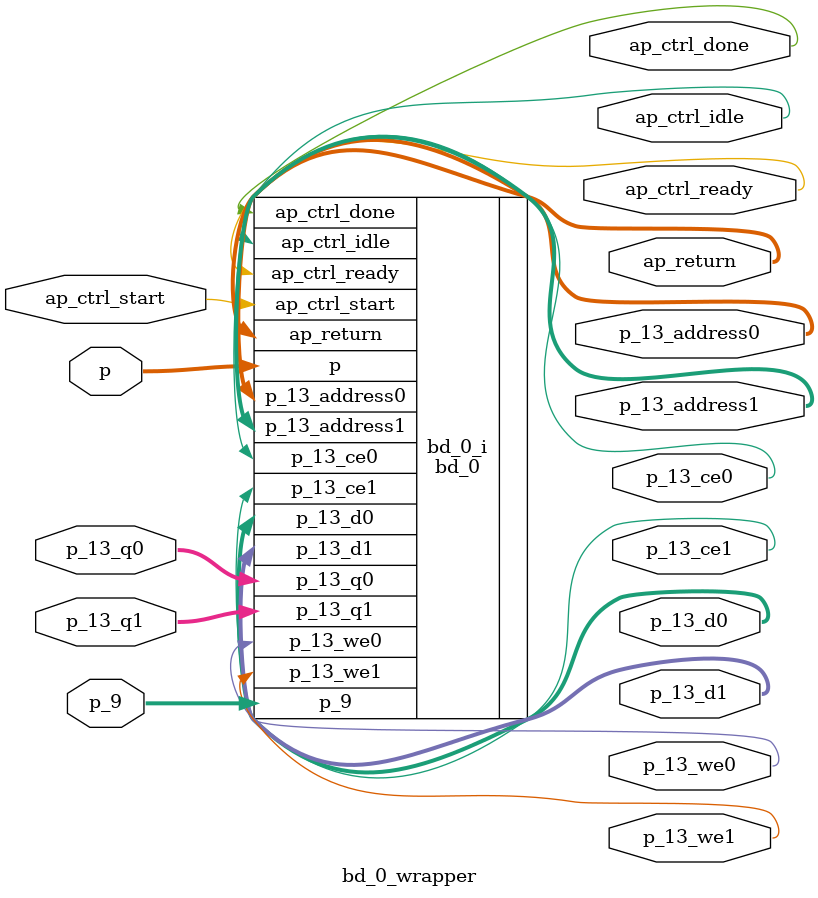
<source format=v>
`timescale 1 ps / 1 ps

module bd_0_wrapper
   (ap_ctrl_done,
    ap_ctrl_idle,
    ap_ctrl_ready,
    ap_ctrl_start,
    ap_return,
    p,
    p_13_address0,
    p_13_address1,
    p_13_ce0,
    p_13_ce1,
    p_13_d0,
    p_13_d1,
    p_13_q0,
    p_13_q1,
    p_13_we0,
    p_13_we1,
    p_9);
  output ap_ctrl_done;
  output ap_ctrl_idle;
  output ap_ctrl_ready;
  input ap_ctrl_start;
  output [15:0]ap_return;
  input [15:0]p;
  output [1:0]p_13_address0;
  output [1:0]p_13_address1;
  output p_13_ce0;
  output p_13_ce1;
  output [63:0]p_13_d0;
  output [63:0]p_13_d1;
  input [63:0]p_13_q0;
  input [63:0]p_13_q1;
  output p_13_we0;
  output p_13_we1;
  input [7:0]p_9;

  wire ap_ctrl_done;
  wire ap_ctrl_idle;
  wire ap_ctrl_ready;
  wire ap_ctrl_start;
  wire [15:0]ap_return;
  wire [15:0]p;
  wire [1:0]p_13_address0;
  wire [1:0]p_13_address1;
  wire p_13_ce0;
  wire p_13_ce1;
  wire [63:0]p_13_d0;
  wire [63:0]p_13_d1;
  wire [63:0]p_13_q0;
  wire [63:0]p_13_q1;
  wire p_13_we0;
  wire p_13_we1;
  wire [7:0]p_9;

  bd_0 bd_0_i
       (.ap_ctrl_done(ap_ctrl_done),
        .ap_ctrl_idle(ap_ctrl_idle),
        .ap_ctrl_ready(ap_ctrl_ready),
        .ap_ctrl_start(ap_ctrl_start),
        .ap_return(ap_return),
        .p(p),
        .p_13_address0(p_13_address0),
        .p_13_address1(p_13_address1),
        .p_13_ce0(p_13_ce0),
        .p_13_ce1(p_13_ce1),
        .p_13_d0(p_13_d0),
        .p_13_d1(p_13_d1),
        .p_13_q0(p_13_q0),
        .p_13_q1(p_13_q1),
        .p_13_we0(p_13_we0),
        .p_13_we1(p_13_we1),
        .p_9(p_9));
endmodule

</source>
